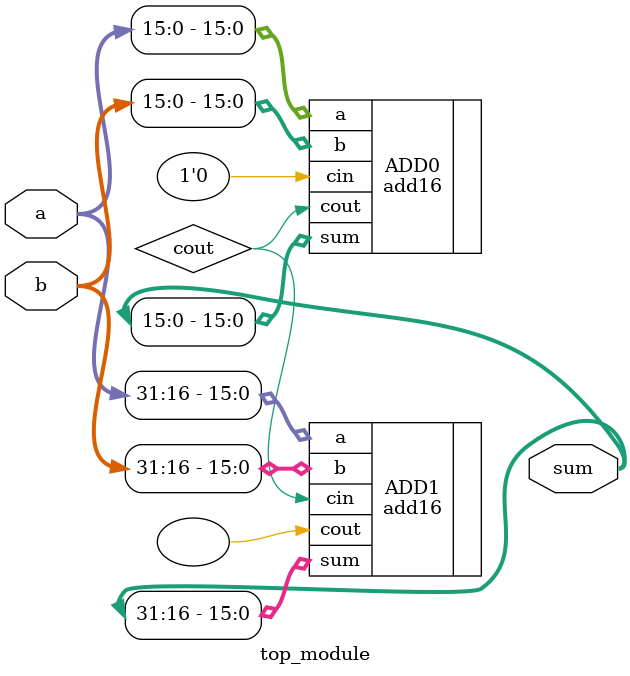
<source format=v>
module top_module(
    input [31:0] a,
    input [31:0] b,
    output [31:0] sum
);
    wire cout;
    
    add16 ADD0(
        .a(a[15 : 0]),
        .b(b[15 : 0]),
        .cin(1'b0),
        .sum(sum[15 : 0]),
        .cout(cout)
    );
    
    add16 ADD1(
        .a(a[31 : 16]),
        .b(b[31 : 16]),
        .cin(cout),
        .sum(sum[31 : 16]),
        .cout()
    );

endmodule

</source>
